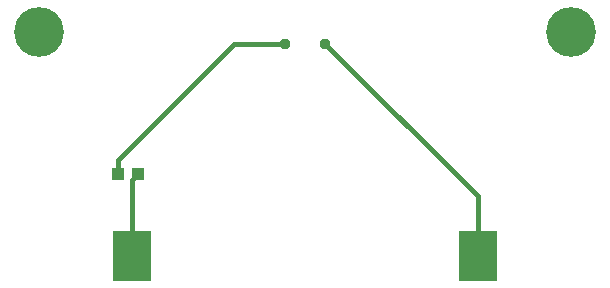
<source format=gbl>
G75*
G70*
%OFA0B0*%
%FSLAX24Y24*%
%IPPOS*%
%LPD*%
%AMOC8*
5,1,8,0,0,1.08239X$1,22.5*
%
%ADD10R,0.0394X0.0433*%
%ADD11R,0.1260X0.1654*%
%ADD12C,0.0376*%
%ADD13C,0.0160*%
%ADD14C,0.1660*%
D10*
X004687Y007580D03*
X005356Y007580D03*
D11*
X005159Y004824D03*
X016694Y004824D03*
D12*
X011600Y011915D03*
X010261Y011915D03*
D13*
X010257Y011911D01*
X008565Y011911D01*
X004687Y008033D01*
X004687Y007580D01*
X005159Y007383D02*
X005356Y007580D01*
X005159Y007383D02*
X005159Y004824D01*
X011600Y011915D02*
X016694Y006820D01*
X016694Y004824D01*
D14*
X019785Y012305D03*
X002069Y012305D03*
M02*

</source>
